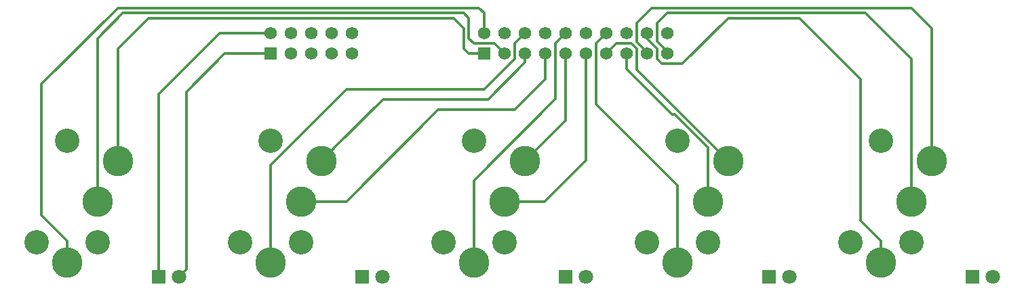
<source format=gbr>
G04 #@! TF.GenerationSoftware,KiCad,Pcbnew,(5.0.0)*
G04 #@! TF.CreationDate,2018-10-08T11:56:45-07:00*
G04 #@! TF.ProjectId,500-1126,3530302D313132362E6B696361645F70,rev?*
G04 #@! TF.SameCoordinates,Original*
G04 #@! TF.FileFunction,Copper,L2,Bot,Signal*
G04 #@! TF.FilePolarity,Positive*
%FSLAX46Y46*%
G04 Gerber Fmt 4.6, Leading zero omitted, Abs format (unit mm)*
G04 Created by KiCad (PCBNEW (5.0.0)) date 10/08/18 11:56:45*
%MOMM*%
%LPD*%
G01*
G04 APERTURE LIST*
G04 #@! TA.AperFunction,ComponentPad*
%ADD10R,1.800000X1.800000*%
G04 #@! TD*
G04 #@! TA.AperFunction,ComponentPad*
%ADD11C,1.800000*%
G04 #@! TD*
G04 #@! TA.AperFunction,ComponentPad*
%ADD12C,3.810000*%
G04 #@! TD*
G04 #@! TA.AperFunction,ComponentPad*
%ADD13C,3.048000*%
G04 #@! TD*
G04 #@! TA.AperFunction,ComponentPad*
%ADD14R,1.574800X1.574800*%
G04 #@! TD*
G04 #@! TA.AperFunction,ComponentPad*
%ADD15C,1.574800*%
G04 #@! TD*
G04 #@! TA.AperFunction,Conductor*
%ADD16C,0.304800*%
G04 #@! TD*
G04 APERTURE END LIST*
D10*
G04 #@! TO.P,D1,1*
G04 #@! TO.N,Net-(D1-Pad1)*
X143510000Y-135890000D03*
D11*
G04 #@! TO.P,D1,2*
G04 #@! TO.N,Net-(D1-Pad2)*
X146050000Y-135890000D03*
G04 #@! TD*
D10*
G04 #@! TO.P,D2,1*
G04 #@! TO.N,Net-(D2-Pad1)*
X168910000Y-135890000D03*
D11*
G04 #@! TO.P,D2,2*
G04 #@! TO.N,Net-(D2-Pad2)*
X171450000Y-135890000D03*
G04 #@! TD*
D10*
G04 #@! TO.P,D3,1*
G04 #@! TO.N,Net-(D3-Pad1)*
X194310000Y-135890000D03*
D11*
G04 #@! TO.P,D3,2*
G04 #@! TO.N,Net-(D3-Pad2)*
X196850000Y-135890000D03*
G04 #@! TD*
D10*
G04 #@! TO.P,D4,1*
G04 #@! TO.N,Net-(D4-Pad1)*
X219710000Y-135890000D03*
D11*
G04 #@! TO.P,D4,2*
G04 #@! TO.N,Net-(D4-Pad2)*
X222250000Y-135890000D03*
G04 #@! TD*
D10*
G04 #@! TO.P,D5,1*
G04 #@! TO.N,Net-(D5-Pad1)*
X245110000Y-135890000D03*
D11*
G04 #@! TO.P,D5,2*
G04 #@! TO.N,Net-(D5-Pad2)*
X247650000Y-135890000D03*
G04 #@! TD*
D12*
G04 #@! TO.P,J1,1*
G04 #@! TO.N,Net-(J1-Pad1)*
X132080000Y-134061200D03*
D13*
G04 #@! TO.P,J1,*
G04 #@! TO.N,*
X135890000Y-131521200D03*
D12*
G04 #@! TO.P,J1,2*
G04 #@! TO.N,Net-(J1-Pad2)*
X135890000Y-126441200D03*
G04 #@! TO.P,J1,3*
G04 #@! TO.N,Net-(J1-Pad3)*
X138430000Y-121361200D03*
D13*
G04 #@! TO.P,J1,*
G04 #@! TO.N,*
X132080000Y-118821200D03*
X128270000Y-131521200D03*
G04 #@! TD*
D12*
G04 #@! TO.P,J2,1*
G04 #@! TO.N,Net-(J2-Pad1)*
X157480000Y-134061200D03*
D13*
G04 #@! TO.P,J2,*
G04 #@! TO.N,*
X161290000Y-131521200D03*
D12*
G04 #@! TO.P,J2,2*
G04 #@! TO.N,Net-(J2-Pad2)*
X161290000Y-126441200D03*
G04 #@! TO.P,J2,3*
G04 #@! TO.N,Net-(J2-Pad3)*
X163830000Y-121361200D03*
D13*
G04 #@! TO.P,J2,*
G04 #@! TO.N,*
X157480000Y-118821200D03*
X153670000Y-131521200D03*
G04 #@! TD*
D12*
G04 #@! TO.P,J3,1*
G04 #@! TO.N,Net-(J3-Pad1)*
X182880000Y-134061200D03*
D13*
G04 #@! TO.P,J3,*
G04 #@! TO.N,*
X186690000Y-131521200D03*
D12*
G04 #@! TO.P,J3,2*
G04 #@! TO.N,Net-(J3-Pad2)*
X186690000Y-126441200D03*
G04 #@! TO.P,J3,3*
G04 #@! TO.N,Net-(J3-Pad3)*
X189230000Y-121361200D03*
D13*
G04 #@! TO.P,J3,*
G04 #@! TO.N,*
X182880000Y-118821200D03*
X179070000Y-131521200D03*
G04 #@! TD*
D12*
G04 #@! TO.P,J4,1*
G04 #@! TO.N,Net-(J4-Pad1)*
X208280000Y-134061200D03*
D13*
G04 #@! TO.P,J4,*
G04 #@! TO.N,*
X212090000Y-131521200D03*
D12*
G04 #@! TO.P,J4,2*
G04 #@! TO.N,Net-(J4-Pad2)*
X212090000Y-126441200D03*
G04 #@! TO.P,J4,3*
G04 #@! TO.N,Net-(J4-Pad3)*
X214630000Y-121361200D03*
D13*
G04 #@! TO.P,J4,*
G04 #@! TO.N,*
X208280000Y-118821200D03*
X204470000Y-131521200D03*
G04 #@! TD*
D12*
G04 #@! TO.P,J5,1*
G04 #@! TO.N,Net-(J5-Pad1)*
X233680000Y-134061200D03*
D13*
G04 #@! TO.P,J5,*
G04 #@! TO.N,*
X237490000Y-131521200D03*
D12*
G04 #@! TO.P,J5,2*
G04 #@! TO.N,Net-(J5-Pad2)*
X237490000Y-126441200D03*
G04 #@! TO.P,J5,3*
G04 #@! TO.N,Net-(J5-Pad3)*
X240030000Y-121361200D03*
D13*
G04 #@! TO.P,J5,*
G04 #@! TO.N,*
X233680000Y-118821200D03*
X229870000Y-131521200D03*
G04 #@! TD*
D14*
G04 #@! TO.P,P1,1*
G04 #@! TO.N,Net-(J1-Pad3)*
X184150000Y-107950000D03*
D15*
G04 #@! TO.P,P1,2*
G04 #@! TO.N,Net-(J1-Pad1)*
X184150000Y-105410000D03*
G04 #@! TO.P,P1,3*
G04 #@! TO.N,Net-(J1-Pad2)*
X186690000Y-107950000D03*
G04 #@! TO.P,P1,4*
G04 #@! TO.N,Net-(P1-Pad4)*
X186690000Y-105410000D03*
G04 #@! TO.P,P1,5*
G04 #@! TO.N,Net-(J2-Pad3)*
X189230000Y-107950000D03*
G04 #@! TO.P,P1,6*
G04 #@! TO.N,Net-(J2-Pad1)*
X189230000Y-105410000D03*
G04 #@! TO.P,P1,7*
G04 #@! TO.N,Net-(J2-Pad2)*
X191770000Y-107950000D03*
G04 #@! TO.P,P1,8*
G04 #@! TO.N,Net-(P1-Pad8)*
X191770000Y-105410000D03*
G04 #@! TO.P,P1,9*
G04 #@! TO.N,Net-(J3-Pad3)*
X194310000Y-107950000D03*
G04 #@! TO.P,P1,10*
G04 #@! TO.N,Net-(J3-Pad1)*
X194310000Y-105410000D03*
G04 #@! TO.P,P1,11*
G04 #@! TO.N,Net-(J3-Pad2)*
X196850000Y-107950000D03*
G04 #@! TO.P,P1,12*
G04 #@! TO.N,Net-(P1-Pad12)*
X196850000Y-105410000D03*
G04 #@! TO.P,P1,13*
G04 #@! TO.N,Net-(J4-Pad3)*
X199390000Y-107950000D03*
G04 #@! TO.P,P1,14*
G04 #@! TO.N,Net-(J4-Pad1)*
X199390000Y-105410000D03*
G04 #@! TO.P,P1,15*
G04 #@! TO.N,Net-(J4-Pad2)*
X201930000Y-107950000D03*
G04 #@! TO.P,P1,16*
G04 #@! TO.N,Net-(P1-Pad16)*
X201930000Y-105410000D03*
G04 #@! TO.P,P1,17*
G04 #@! TO.N,Net-(J5-Pad3)*
X204470000Y-107950000D03*
G04 #@! TO.P,P1,18*
G04 #@! TO.N,Net-(J5-Pad1)*
X204470000Y-105410000D03*
G04 #@! TO.P,P1,19*
G04 #@! TO.N,Net-(J5-Pad2)*
X207010000Y-107950000D03*
G04 #@! TO.P,P1,20*
G04 #@! TO.N,Net-(P1-Pad20)*
X207010000Y-105410000D03*
G04 #@! TD*
D14*
G04 #@! TO.P,P2,1*
G04 #@! TO.N,Net-(D1-Pad2)*
X157480000Y-107950000D03*
D15*
G04 #@! TO.P,P2,2*
G04 #@! TO.N,Net-(D1-Pad1)*
X157480000Y-105410000D03*
G04 #@! TO.P,P2,3*
G04 #@! TO.N,Net-(D2-Pad2)*
X160020000Y-107950000D03*
G04 #@! TO.P,P2,4*
G04 #@! TO.N,Net-(D2-Pad1)*
X160020000Y-105410000D03*
G04 #@! TO.P,P2,5*
G04 #@! TO.N,Net-(D3-Pad2)*
X162560000Y-107950000D03*
G04 #@! TO.P,P2,6*
G04 #@! TO.N,Net-(D3-Pad1)*
X162560000Y-105410000D03*
G04 #@! TO.P,P2,7*
G04 #@! TO.N,Net-(D4-Pad2)*
X165100000Y-107950000D03*
G04 #@! TO.P,P2,8*
G04 #@! TO.N,Net-(D4-Pad1)*
X165100000Y-105410000D03*
G04 #@! TO.P,P2,9*
G04 #@! TO.N,Net-(D5-Pad2)*
X167640000Y-107950000D03*
G04 #@! TO.P,P2,10*
G04 #@! TO.N,Net-(D5-Pad1)*
X167640000Y-105410000D03*
G04 #@! TD*
D16*
G04 #@! TO.N,Net-(D1-Pad1)*
X151130000Y-105410000D02*
X157480000Y-105410000D01*
X143510000Y-113030000D02*
X151130000Y-105410000D01*
X143510000Y-135890000D02*
X143510000Y-113030000D01*
G04 #@! TO.N,Net-(D1-Pad2)*
X151765000Y-107950000D02*
X157480000Y-107950000D01*
X146949999Y-112765001D02*
X151765000Y-107950000D01*
X146050000Y-135890000D02*
X146949999Y-134990001D01*
X146949999Y-134990001D02*
X146949999Y-112765001D01*
G04 #@! TO.N,Net-(J1-Pad1)*
X184150000Y-102870000D02*
X184150000Y-105410000D01*
X183515000Y-102235000D02*
X184150000Y-102870000D01*
X138430000Y-102235000D02*
X183515000Y-102235000D01*
X128905000Y-111760000D02*
X138430000Y-102235000D01*
X128905000Y-128192124D02*
X128905000Y-111760000D01*
X132080000Y-134061200D02*
X132080000Y-131367124D01*
X132080000Y-131367124D02*
X128905000Y-128192124D01*
G04 #@! TO.N,Net-(J1-Pad2)*
X135890000Y-126441200D02*
X135890000Y-106045000D01*
X135890000Y-106045000D02*
X139065000Y-102870000D01*
X139065000Y-102870000D02*
X181610000Y-102870000D01*
X185420000Y-106680000D02*
X186690000Y-107950000D01*
X181610000Y-102870000D02*
X182245000Y-103505000D01*
X182245000Y-103505000D02*
X182245000Y-106045000D01*
X182245000Y-106045000D02*
X182880000Y-106680000D01*
X182880000Y-106680000D02*
X185420000Y-106680000D01*
G04 #@! TO.N,Net-(J1-Pad3)*
X138430000Y-121361200D02*
X138430000Y-107315000D01*
X138430000Y-107315000D02*
X142240000Y-103505000D01*
X142240000Y-103505000D02*
X180340000Y-103505000D01*
X180340000Y-103505000D02*
X181610000Y-104775000D01*
X182245000Y-107950000D02*
X184150000Y-107950000D01*
X181610000Y-104775000D02*
X181610000Y-107315000D01*
X181610000Y-107315000D02*
X182245000Y-107950000D01*
G04 #@! TO.N,Net-(J2-Pad1)*
X189230000Y-105410000D02*
X187960000Y-106680000D01*
X187960000Y-106680000D02*
X187960000Y-108585000D01*
X187960000Y-108585000D02*
X184150000Y-112395000D01*
X184150000Y-112395000D02*
X167005000Y-112395000D01*
X167005000Y-112395000D02*
X157480000Y-121920000D01*
X157480000Y-121920000D02*
X157480000Y-134061200D01*
G04 #@! TO.N,Net-(J2-Pad2)*
X191770000Y-107950000D02*
X191770000Y-111125000D01*
X191770000Y-111125000D02*
X187960000Y-114935000D01*
X187960000Y-114935000D02*
X178435000Y-114935000D01*
X178435000Y-114935000D02*
X166928800Y-126441200D01*
X166928800Y-126441200D02*
X161290000Y-126441200D01*
G04 #@! TO.N,Net-(J2-Pad3)*
X171526200Y-113665000D02*
X165734999Y-119456201D01*
X184628551Y-113665000D02*
X171526200Y-113665000D01*
X165734999Y-119456201D02*
X163830000Y-121361200D01*
X189230000Y-109063551D02*
X184628551Y-113665000D01*
X189230000Y-107950000D02*
X189230000Y-109063551D01*
G04 #@! TO.N,Net-(J3-Pad1)*
X194310000Y-105410000D02*
X193065399Y-106654601D01*
X193065399Y-106654601D02*
X193065399Y-113639601D01*
X193065399Y-113639601D02*
X182880000Y-123825000D01*
X182880000Y-123825000D02*
X182880000Y-134061200D01*
G04 #@! TO.N,Net-(J3-Pad2)*
X196850000Y-107950000D02*
X196850000Y-121285000D01*
X196850000Y-121285000D02*
X191693800Y-126441200D01*
X191693800Y-126441200D02*
X186690000Y-126441200D01*
G04 #@! TO.N,Net-(J3-Pad3)*
X194310000Y-107950000D02*
X194310000Y-116281200D01*
X194310000Y-116281200D02*
X189230000Y-121361200D01*
G04 #@! TO.N,Net-(J4-Pad1)*
X199390000Y-105410000D02*
X198120000Y-106680000D01*
X198120000Y-106680000D02*
X198120000Y-114300000D01*
X198120000Y-114300000D02*
X208280000Y-124460000D01*
X208280000Y-124460000D02*
X208280000Y-134061200D01*
G04 #@! TO.N,Net-(J4-Pad2)*
X207645000Y-115570000D02*
X201930000Y-109855000D01*
X201930000Y-109855000D02*
X201930000Y-107950000D01*
X207960978Y-115570000D02*
X207645000Y-115570000D01*
X212090000Y-126441200D02*
X212090000Y-119699022D01*
X212090000Y-119699022D02*
X207960978Y-115570000D01*
G04 #@! TO.N,Net-(J4-Pad3)*
X199390000Y-107950000D02*
X200660000Y-106680000D01*
X200660000Y-106680000D02*
X202502010Y-106680000D01*
X202502010Y-106680000D02*
X203200000Y-107377990D01*
X203200000Y-107377990D02*
X203200000Y-109931200D01*
X203200000Y-109931200D02*
X214630000Y-121361200D01*
G04 #@! TO.N,Net-(J5-Pad1)*
X233680000Y-134061200D02*
X233680000Y-131367124D01*
X233680000Y-131367124D02*
X231140000Y-128827124D01*
X231140000Y-128827124D02*
X231140000Y-111125000D01*
X231140000Y-111125000D02*
X223520000Y-103505000D01*
X223520000Y-103505000D02*
X214630000Y-103505000D01*
X208915000Y-109220000D02*
X206375000Y-109220000D01*
X214630000Y-103505000D02*
X208915000Y-109220000D01*
X206375000Y-109220000D02*
X205740000Y-108585000D01*
X205740000Y-108585000D02*
X205740000Y-107377990D01*
X204470000Y-106107990D02*
X204470000Y-105410000D01*
X205740000Y-107377990D02*
X204470000Y-106107990D01*
G04 #@! TO.N,Net-(J5-Pad2)*
X207010000Y-107722880D02*
X207010000Y-107950000D01*
X205740000Y-106452880D02*
X207010000Y-107722880D01*
X205740000Y-104140000D02*
X205740000Y-106452880D01*
X207010000Y-102870000D02*
X205740000Y-104140000D01*
X237490000Y-108585000D02*
X231775000Y-102870000D01*
X231775000Y-102870000D02*
X207010000Y-102870000D01*
X237490000Y-126441200D02*
X237490000Y-108585000D01*
G04 #@! TO.N,Net-(J5-Pad3)*
X204470000Y-107785870D02*
X204470000Y-107950000D01*
X205105000Y-102235000D02*
X203200000Y-104140000D01*
X237490000Y-102235000D02*
X205105000Y-102235000D01*
X240030000Y-104775000D02*
X237490000Y-102235000D01*
X203200000Y-104140000D02*
X203200000Y-106515870D01*
X240030000Y-121361200D02*
X240030000Y-104775000D01*
X203200000Y-106515870D02*
X204470000Y-107785870D01*
G04 #@! TD*
M02*

</source>
